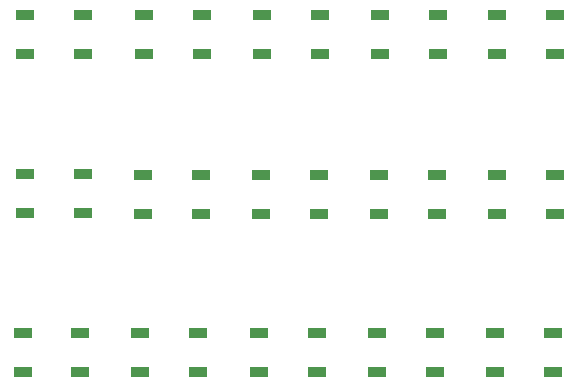
<source format=gtp>
%TF.GenerationSoftware,KiCad,Pcbnew,9.0.6*%
%TF.CreationDate,2025-11-16T19:52:04+01:00*%
%TF.ProjectId,ruecklicht,72756563-6b6c-4696-9368-742e6b696361,rev?*%
%TF.SameCoordinates,Original*%
%TF.FileFunction,Paste,Top*%
%TF.FilePolarity,Positive*%
%FSLAX46Y46*%
G04 Gerber Fmt 4.6, Leading zero omitted, Abs format (unit mm)*
G04 Created by KiCad (PCBNEW 9.0.6) date 2025-11-16 19:52:04*
%MOMM*%
%LPD*%
G01*
G04 APERTURE LIST*
G04 Aperture macros list*
%AMRoundRect*
0 Rectangle with rounded corners*
0 $1 Rounding radius*
0 $2 $3 $4 $5 $6 $7 $8 $9 X,Y pos of 4 corners*
0 Add a 4 corners polygon primitive as box body*
4,1,4,$2,$3,$4,$5,$6,$7,$8,$9,$2,$3,0*
0 Add four circle primitives for the rounded corners*
1,1,$1+$1,$2,$3*
1,1,$1+$1,$4,$5*
1,1,$1+$1,$6,$7*
1,1,$1+$1,$8,$9*
0 Add four rect primitives between the rounded corners*
20,1,$1+$1,$2,$3,$4,$5,0*
20,1,$1+$1,$4,$5,$6,$7,0*
20,1,$1+$1,$6,$7,$8,$9,0*
20,1,$1+$1,$8,$9,$2,$3,0*%
G04 Aperture macros list end*
%ADD10RoundRect,0.090000X0.660000X0.360000X-0.660000X0.360000X-0.660000X-0.360000X0.660000X-0.360000X0*%
G04 APERTURE END LIST*
D10*
X139700000Y-100150000D03*
X139700000Y-96850000D03*
X134800000Y-96850000D03*
X134800000Y-100150000D03*
X159900000Y-86750000D03*
X159900000Y-83450000D03*
X155000000Y-83450000D03*
X155000000Y-86750000D03*
X139900000Y-73150000D03*
X139900000Y-69850000D03*
X135000000Y-69850000D03*
X135000000Y-73150000D03*
X159950000Y-73150000D03*
X159950000Y-69850000D03*
X155050000Y-69850000D03*
X155050000Y-73150000D03*
X149950000Y-73150000D03*
X149950000Y-69850000D03*
X145050000Y-69850000D03*
X145050000Y-73150000D03*
X149900000Y-86750000D03*
X149900000Y-83450000D03*
X145000000Y-83450000D03*
X145000000Y-86750000D03*
X169700000Y-100150000D03*
X169700000Y-96850000D03*
X164800000Y-96850000D03*
X164800000Y-100150000D03*
X159700000Y-100150000D03*
X159700000Y-96850000D03*
X154800000Y-96850000D03*
X154800000Y-100150000D03*
X179900000Y-86750000D03*
X179900000Y-83450000D03*
X175000000Y-83450000D03*
X175000000Y-86750000D03*
X169950000Y-73150000D03*
X169950000Y-69850000D03*
X165050000Y-69850000D03*
X165050000Y-73150000D03*
X139900000Y-86650000D03*
X139900000Y-83350000D03*
X135000000Y-83350000D03*
X135000000Y-86650000D03*
X169850000Y-86750000D03*
X169850000Y-83450000D03*
X164950000Y-83450000D03*
X164950000Y-86750000D03*
X149650000Y-100150000D03*
X149650000Y-96850000D03*
X144750000Y-96850000D03*
X144750000Y-100150000D03*
X179700000Y-100150000D03*
X179700000Y-96850000D03*
X174800000Y-96850000D03*
X174800000Y-100150000D03*
X179850000Y-73150000D03*
X179850000Y-69850000D03*
X174950000Y-69850000D03*
X174950000Y-73150000D03*
M02*

</source>
